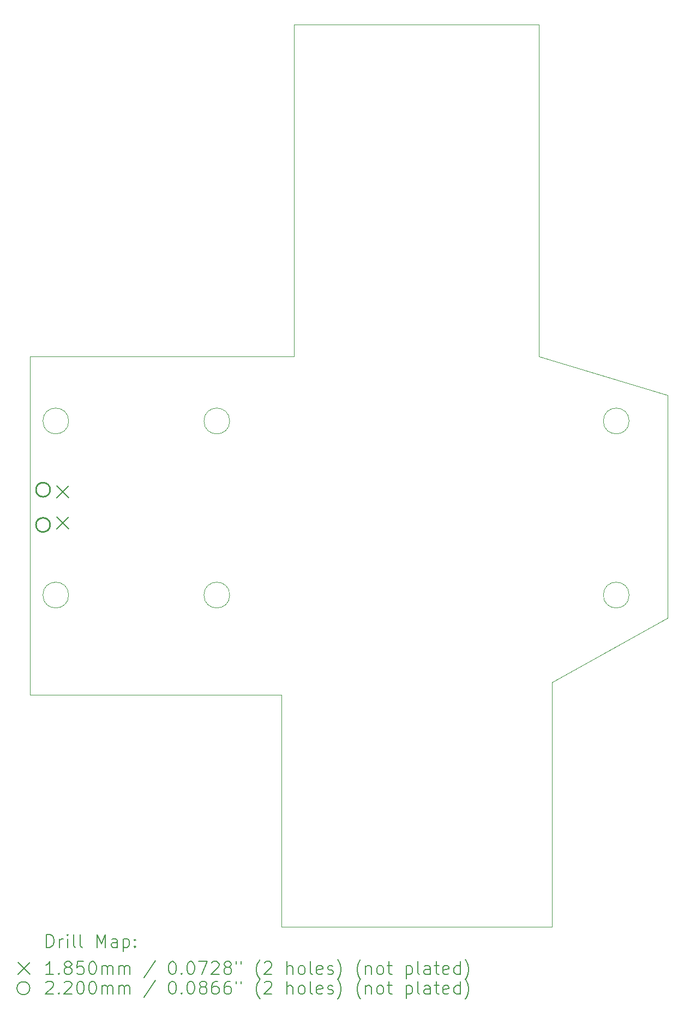
<source format=gbr>
%TF.GenerationSoftware,KiCad,Pcbnew,9.0.6*%
%TF.CreationDate,2025-12-23T20:00:14-05:00*%
%TF.ProjectId,TacoCopter_Flight_Controller,5461636f-436f-4707-9465-725f466c6967,rev?*%
%TF.SameCoordinates,Original*%
%TF.FileFunction,Drillmap*%
%TF.FilePolarity,Positive*%
%FSLAX45Y45*%
G04 Gerber Fmt 4.5, Leading zero omitted, Abs format (unit mm)*
G04 Created by KiCad (PCBNEW 9.0.6) date 2025-12-23 20:00:14*
%MOMM*%
%LPD*%
G01*
G04 APERTURE LIST*
%ADD10C,0.050000*%
%ADD11C,0.200000*%
%ADD12C,0.185000*%
%ADD13C,0.220000*%
G04 APERTURE END LIST*
D10*
X18900000Y-11700000D02*
X18900000Y-8250000D01*
X9600000Y-8650000D02*
G75*
G02*
X9200000Y-8650000I-200000J0D01*
G01*
X9200000Y-8650000D02*
G75*
G02*
X9600000Y-8650000I200000J0D01*
G01*
X9600000Y-11350000D02*
G75*
G02*
X9200000Y-11350000I-200000J0D01*
G01*
X9200000Y-11350000D02*
G75*
G02*
X9600000Y-11350000I200000J0D01*
G01*
X13100000Y-7650000D02*
X9000000Y-7650000D01*
X16900000Y-7650000D02*
X16900000Y-2500000D01*
X18300000Y-11350000D02*
G75*
G02*
X17900000Y-11350000I-200000J0D01*
G01*
X17900000Y-11350000D02*
G75*
G02*
X18300000Y-11350000I200000J0D01*
G01*
X9000000Y-7650000D02*
X9000000Y-12900000D01*
X18300000Y-8650000D02*
G75*
G02*
X17900000Y-8650000I-200000J0D01*
G01*
X17900000Y-8650000D02*
G75*
G02*
X18300000Y-8650000I200000J0D01*
G01*
X13100000Y-2500000D02*
X13100000Y-7650000D01*
X9000000Y-12900000D02*
X12900000Y-12900000D01*
X18900000Y-8250000D02*
X16900000Y-7650000D01*
X17100000Y-12700000D02*
X18900000Y-11700000D01*
X12900000Y-16500000D02*
X17100000Y-16500000D01*
X12100000Y-11350000D02*
G75*
G02*
X11700000Y-11350000I-200000J0D01*
G01*
X11700000Y-11350000D02*
G75*
G02*
X12100000Y-11350000I200000J0D01*
G01*
X17100000Y-16500000D02*
X17100000Y-12700000D01*
X12900000Y-12900000D02*
X12900000Y-16500000D01*
X12100000Y-8650000D02*
G75*
G02*
X11700000Y-8650000I-200000J0D01*
G01*
X11700000Y-8650000D02*
G75*
G02*
X12100000Y-8650000I200000J0D01*
G01*
X16900000Y-2500000D02*
X13100000Y-2500000D01*
D11*
D12*
X9413500Y-9654000D02*
X9598500Y-9839000D01*
X9598500Y-9654000D02*
X9413500Y-9839000D01*
X9413500Y-10139000D02*
X9598500Y-10324000D01*
X9598500Y-10139000D02*
X9413500Y-10324000D01*
D13*
X9313000Y-9716500D02*
G75*
G02*
X9093000Y-9716500I-110000J0D01*
G01*
X9093000Y-9716500D02*
G75*
G02*
X9313000Y-9716500I110000J0D01*
G01*
X9313000Y-10261500D02*
G75*
G02*
X9093000Y-10261500I-110000J0D01*
G01*
X9093000Y-10261500D02*
G75*
G02*
X9313000Y-10261500I110000J0D01*
G01*
D11*
X9258277Y-16813984D02*
X9258277Y-16613984D01*
X9258277Y-16613984D02*
X9305896Y-16613984D01*
X9305896Y-16613984D02*
X9334467Y-16623508D01*
X9334467Y-16623508D02*
X9353515Y-16642555D01*
X9353515Y-16642555D02*
X9363039Y-16661603D01*
X9363039Y-16661603D02*
X9372563Y-16699698D01*
X9372563Y-16699698D02*
X9372563Y-16728269D01*
X9372563Y-16728269D02*
X9363039Y-16766365D01*
X9363039Y-16766365D02*
X9353515Y-16785412D01*
X9353515Y-16785412D02*
X9334467Y-16804460D01*
X9334467Y-16804460D02*
X9305896Y-16813984D01*
X9305896Y-16813984D02*
X9258277Y-16813984D01*
X9458277Y-16813984D02*
X9458277Y-16680650D01*
X9458277Y-16718746D02*
X9467801Y-16699698D01*
X9467801Y-16699698D02*
X9477324Y-16690174D01*
X9477324Y-16690174D02*
X9496372Y-16680650D01*
X9496372Y-16680650D02*
X9515420Y-16680650D01*
X9582086Y-16813984D02*
X9582086Y-16680650D01*
X9582086Y-16613984D02*
X9572563Y-16623508D01*
X9572563Y-16623508D02*
X9582086Y-16633031D01*
X9582086Y-16633031D02*
X9591610Y-16623508D01*
X9591610Y-16623508D02*
X9582086Y-16613984D01*
X9582086Y-16613984D02*
X9582086Y-16633031D01*
X9705896Y-16813984D02*
X9686848Y-16804460D01*
X9686848Y-16804460D02*
X9677324Y-16785412D01*
X9677324Y-16785412D02*
X9677324Y-16613984D01*
X9810658Y-16813984D02*
X9791610Y-16804460D01*
X9791610Y-16804460D02*
X9782086Y-16785412D01*
X9782086Y-16785412D02*
X9782086Y-16613984D01*
X10039229Y-16813984D02*
X10039229Y-16613984D01*
X10039229Y-16613984D02*
X10105896Y-16756841D01*
X10105896Y-16756841D02*
X10172563Y-16613984D01*
X10172563Y-16613984D02*
X10172563Y-16813984D01*
X10353515Y-16813984D02*
X10353515Y-16709222D01*
X10353515Y-16709222D02*
X10343991Y-16690174D01*
X10343991Y-16690174D02*
X10324944Y-16680650D01*
X10324944Y-16680650D02*
X10286848Y-16680650D01*
X10286848Y-16680650D02*
X10267801Y-16690174D01*
X10353515Y-16804460D02*
X10334467Y-16813984D01*
X10334467Y-16813984D02*
X10286848Y-16813984D01*
X10286848Y-16813984D02*
X10267801Y-16804460D01*
X10267801Y-16804460D02*
X10258277Y-16785412D01*
X10258277Y-16785412D02*
X10258277Y-16766365D01*
X10258277Y-16766365D02*
X10267801Y-16747317D01*
X10267801Y-16747317D02*
X10286848Y-16737793D01*
X10286848Y-16737793D02*
X10334467Y-16737793D01*
X10334467Y-16737793D02*
X10353515Y-16728269D01*
X10448753Y-16680650D02*
X10448753Y-16880650D01*
X10448753Y-16690174D02*
X10467801Y-16680650D01*
X10467801Y-16680650D02*
X10505896Y-16680650D01*
X10505896Y-16680650D02*
X10524944Y-16690174D01*
X10524944Y-16690174D02*
X10534467Y-16699698D01*
X10534467Y-16699698D02*
X10543991Y-16718746D01*
X10543991Y-16718746D02*
X10543991Y-16775888D01*
X10543991Y-16775888D02*
X10534467Y-16794936D01*
X10534467Y-16794936D02*
X10524944Y-16804460D01*
X10524944Y-16804460D02*
X10505896Y-16813984D01*
X10505896Y-16813984D02*
X10467801Y-16813984D01*
X10467801Y-16813984D02*
X10448753Y-16804460D01*
X10629705Y-16794936D02*
X10639229Y-16804460D01*
X10639229Y-16804460D02*
X10629705Y-16813984D01*
X10629705Y-16813984D02*
X10620182Y-16804460D01*
X10620182Y-16804460D02*
X10629705Y-16794936D01*
X10629705Y-16794936D02*
X10629705Y-16813984D01*
X10629705Y-16690174D02*
X10639229Y-16699698D01*
X10639229Y-16699698D02*
X10629705Y-16709222D01*
X10629705Y-16709222D02*
X10620182Y-16699698D01*
X10620182Y-16699698D02*
X10629705Y-16690174D01*
X10629705Y-16690174D02*
X10629705Y-16709222D01*
D12*
X8812500Y-17050000D02*
X8997500Y-17235000D01*
X8997500Y-17050000D02*
X8812500Y-17235000D01*
D11*
X9363039Y-17233984D02*
X9248753Y-17233984D01*
X9305896Y-17233984D02*
X9305896Y-17033984D01*
X9305896Y-17033984D02*
X9286848Y-17062555D01*
X9286848Y-17062555D02*
X9267801Y-17081603D01*
X9267801Y-17081603D02*
X9248753Y-17091127D01*
X9448753Y-17214936D02*
X9458277Y-17224460D01*
X9458277Y-17224460D02*
X9448753Y-17233984D01*
X9448753Y-17233984D02*
X9439229Y-17224460D01*
X9439229Y-17224460D02*
X9448753Y-17214936D01*
X9448753Y-17214936D02*
X9448753Y-17233984D01*
X9572563Y-17119698D02*
X9553515Y-17110174D01*
X9553515Y-17110174D02*
X9543991Y-17100650D01*
X9543991Y-17100650D02*
X9534467Y-17081603D01*
X9534467Y-17081603D02*
X9534467Y-17072079D01*
X9534467Y-17072079D02*
X9543991Y-17053031D01*
X9543991Y-17053031D02*
X9553515Y-17043508D01*
X9553515Y-17043508D02*
X9572563Y-17033984D01*
X9572563Y-17033984D02*
X9610658Y-17033984D01*
X9610658Y-17033984D02*
X9629705Y-17043508D01*
X9629705Y-17043508D02*
X9639229Y-17053031D01*
X9639229Y-17053031D02*
X9648753Y-17072079D01*
X9648753Y-17072079D02*
X9648753Y-17081603D01*
X9648753Y-17081603D02*
X9639229Y-17100650D01*
X9639229Y-17100650D02*
X9629705Y-17110174D01*
X9629705Y-17110174D02*
X9610658Y-17119698D01*
X9610658Y-17119698D02*
X9572563Y-17119698D01*
X9572563Y-17119698D02*
X9553515Y-17129222D01*
X9553515Y-17129222D02*
X9543991Y-17138746D01*
X9543991Y-17138746D02*
X9534467Y-17157793D01*
X9534467Y-17157793D02*
X9534467Y-17195889D01*
X9534467Y-17195889D02*
X9543991Y-17214936D01*
X9543991Y-17214936D02*
X9553515Y-17224460D01*
X9553515Y-17224460D02*
X9572563Y-17233984D01*
X9572563Y-17233984D02*
X9610658Y-17233984D01*
X9610658Y-17233984D02*
X9629705Y-17224460D01*
X9629705Y-17224460D02*
X9639229Y-17214936D01*
X9639229Y-17214936D02*
X9648753Y-17195889D01*
X9648753Y-17195889D02*
X9648753Y-17157793D01*
X9648753Y-17157793D02*
X9639229Y-17138746D01*
X9639229Y-17138746D02*
X9629705Y-17129222D01*
X9629705Y-17129222D02*
X9610658Y-17119698D01*
X9829705Y-17033984D02*
X9734467Y-17033984D01*
X9734467Y-17033984D02*
X9724944Y-17129222D01*
X9724944Y-17129222D02*
X9734467Y-17119698D01*
X9734467Y-17119698D02*
X9753515Y-17110174D01*
X9753515Y-17110174D02*
X9801134Y-17110174D01*
X9801134Y-17110174D02*
X9820182Y-17119698D01*
X9820182Y-17119698D02*
X9829705Y-17129222D01*
X9829705Y-17129222D02*
X9839229Y-17148270D01*
X9839229Y-17148270D02*
X9839229Y-17195889D01*
X9839229Y-17195889D02*
X9829705Y-17214936D01*
X9829705Y-17214936D02*
X9820182Y-17224460D01*
X9820182Y-17224460D02*
X9801134Y-17233984D01*
X9801134Y-17233984D02*
X9753515Y-17233984D01*
X9753515Y-17233984D02*
X9734467Y-17224460D01*
X9734467Y-17224460D02*
X9724944Y-17214936D01*
X9963039Y-17033984D02*
X9982086Y-17033984D01*
X9982086Y-17033984D02*
X10001134Y-17043508D01*
X10001134Y-17043508D02*
X10010658Y-17053031D01*
X10010658Y-17053031D02*
X10020182Y-17072079D01*
X10020182Y-17072079D02*
X10029705Y-17110174D01*
X10029705Y-17110174D02*
X10029705Y-17157793D01*
X10029705Y-17157793D02*
X10020182Y-17195889D01*
X10020182Y-17195889D02*
X10010658Y-17214936D01*
X10010658Y-17214936D02*
X10001134Y-17224460D01*
X10001134Y-17224460D02*
X9982086Y-17233984D01*
X9982086Y-17233984D02*
X9963039Y-17233984D01*
X9963039Y-17233984D02*
X9943991Y-17224460D01*
X9943991Y-17224460D02*
X9934467Y-17214936D01*
X9934467Y-17214936D02*
X9924944Y-17195889D01*
X9924944Y-17195889D02*
X9915420Y-17157793D01*
X9915420Y-17157793D02*
X9915420Y-17110174D01*
X9915420Y-17110174D02*
X9924944Y-17072079D01*
X9924944Y-17072079D02*
X9934467Y-17053031D01*
X9934467Y-17053031D02*
X9943991Y-17043508D01*
X9943991Y-17043508D02*
X9963039Y-17033984D01*
X10115420Y-17233984D02*
X10115420Y-17100650D01*
X10115420Y-17119698D02*
X10124944Y-17110174D01*
X10124944Y-17110174D02*
X10143991Y-17100650D01*
X10143991Y-17100650D02*
X10172563Y-17100650D01*
X10172563Y-17100650D02*
X10191610Y-17110174D01*
X10191610Y-17110174D02*
X10201134Y-17129222D01*
X10201134Y-17129222D02*
X10201134Y-17233984D01*
X10201134Y-17129222D02*
X10210658Y-17110174D01*
X10210658Y-17110174D02*
X10229705Y-17100650D01*
X10229705Y-17100650D02*
X10258277Y-17100650D01*
X10258277Y-17100650D02*
X10277325Y-17110174D01*
X10277325Y-17110174D02*
X10286848Y-17129222D01*
X10286848Y-17129222D02*
X10286848Y-17233984D01*
X10382086Y-17233984D02*
X10382086Y-17100650D01*
X10382086Y-17119698D02*
X10391610Y-17110174D01*
X10391610Y-17110174D02*
X10410658Y-17100650D01*
X10410658Y-17100650D02*
X10439229Y-17100650D01*
X10439229Y-17100650D02*
X10458277Y-17110174D01*
X10458277Y-17110174D02*
X10467801Y-17129222D01*
X10467801Y-17129222D02*
X10467801Y-17233984D01*
X10467801Y-17129222D02*
X10477325Y-17110174D01*
X10477325Y-17110174D02*
X10496372Y-17100650D01*
X10496372Y-17100650D02*
X10524944Y-17100650D01*
X10524944Y-17100650D02*
X10543991Y-17110174D01*
X10543991Y-17110174D02*
X10553515Y-17129222D01*
X10553515Y-17129222D02*
X10553515Y-17233984D01*
X10943991Y-17024460D02*
X10772563Y-17281603D01*
X11201134Y-17033984D02*
X11220182Y-17033984D01*
X11220182Y-17033984D02*
X11239229Y-17043508D01*
X11239229Y-17043508D02*
X11248753Y-17053031D01*
X11248753Y-17053031D02*
X11258277Y-17072079D01*
X11258277Y-17072079D02*
X11267801Y-17110174D01*
X11267801Y-17110174D02*
X11267801Y-17157793D01*
X11267801Y-17157793D02*
X11258277Y-17195889D01*
X11258277Y-17195889D02*
X11248753Y-17214936D01*
X11248753Y-17214936D02*
X11239229Y-17224460D01*
X11239229Y-17224460D02*
X11220182Y-17233984D01*
X11220182Y-17233984D02*
X11201134Y-17233984D01*
X11201134Y-17233984D02*
X11182087Y-17224460D01*
X11182087Y-17224460D02*
X11172563Y-17214936D01*
X11172563Y-17214936D02*
X11163039Y-17195889D01*
X11163039Y-17195889D02*
X11153515Y-17157793D01*
X11153515Y-17157793D02*
X11153515Y-17110174D01*
X11153515Y-17110174D02*
X11163039Y-17072079D01*
X11163039Y-17072079D02*
X11172563Y-17053031D01*
X11172563Y-17053031D02*
X11182087Y-17043508D01*
X11182087Y-17043508D02*
X11201134Y-17033984D01*
X11353515Y-17214936D02*
X11363039Y-17224460D01*
X11363039Y-17224460D02*
X11353515Y-17233984D01*
X11353515Y-17233984D02*
X11343991Y-17224460D01*
X11343991Y-17224460D02*
X11353515Y-17214936D01*
X11353515Y-17214936D02*
X11353515Y-17233984D01*
X11486848Y-17033984D02*
X11505896Y-17033984D01*
X11505896Y-17033984D02*
X11524944Y-17043508D01*
X11524944Y-17043508D02*
X11534467Y-17053031D01*
X11534467Y-17053031D02*
X11543991Y-17072079D01*
X11543991Y-17072079D02*
X11553515Y-17110174D01*
X11553515Y-17110174D02*
X11553515Y-17157793D01*
X11553515Y-17157793D02*
X11543991Y-17195889D01*
X11543991Y-17195889D02*
X11534467Y-17214936D01*
X11534467Y-17214936D02*
X11524944Y-17224460D01*
X11524944Y-17224460D02*
X11505896Y-17233984D01*
X11505896Y-17233984D02*
X11486848Y-17233984D01*
X11486848Y-17233984D02*
X11467801Y-17224460D01*
X11467801Y-17224460D02*
X11458277Y-17214936D01*
X11458277Y-17214936D02*
X11448753Y-17195889D01*
X11448753Y-17195889D02*
X11439229Y-17157793D01*
X11439229Y-17157793D02*
X11439229Y-17110174D01*
X11439229Y-17110174D02*
X11448753Y-17072079D01*
X11448753Y-17072079D02*
X11458277Y-17053031D01*
X11458277Y-17053031D02*
X11467801Y-17043508D01*
X11467801Y-17043508D02*
X11486848Y-17033984D01*
X11620182Y-17033984D02*
X11753515Y-17033984D01*
X11753515Y-17033984D02*
X11667801Y-17233984D01*
X11820182Y-17053031D02*
X11829706Y-17043508D01*
X11829706Y-17043508D02*
X11848753Y-17033984D01*
X11848753Y-17033984D02*
X11896372Y-17033984D01*
X11896372Y-17033984D02*
X11915420Y-17043508D01*
X11915420Y-17043508D02*
X11924944Y-17053031D01*
X11924944Y-17053031D02*
X11934467Y-17072079D01*
X11934467Y-17072079D02*
X11934467Y-17091127D01*
X11934467Y-17091127D02*
X11924944Y-17119698D01*
X11924944Y-17119698D02*
X11810658Y-17233984D01*
X11810658Y-17233984D02*
X11934467Y-17233984D01*
X12048753Y-17119698D02*
X12029706Y-17110174D01*
X12029706Y-17110174D02*
X12020182Y-17100650D01*
X12020182Y-17100650D02*
X12010658Y-17081603D01*
X12010658Y-17081603D02*
X12010658Y-17072079D01*
X12010658Y-17072079D02*
X12020182Y-17053031D01*
X12020182Y-17053031D02*
X12029706Y-17043508D01*
X12029706Y-17043508D02*
X12048753Y-17033984D01*
X12048753Y-17033984D02*
X12086848Y-17033984D01*
X12086848Y-17033984D02*
X12105896Y-17043508D01*
X12105896Y-17043508D02*
X12115420Y-17053031D01*
X12115420Y-17053031D02*
X12124944Y-17072079D01*
X12124944Y-17072079D02*
X12124944Y-17081603D01*
X12124944Y-17081603D02*
X12115420Y-17100650D01*
X12115420Y-17100650D02*
X12105896Y-17110174D01*
X12105896Y-17110174D02*
X12086848Y-17119698D01*
X12086848Y-17119698D02*
X12048753Y-17119698D01*
X12048753Y-17119698D02*
X12029706Y-17129222D01*
X12029706Y-17129222D02*
X12020182Y-17138746D01*
X12020182Y-17138746D02*
X12010658Y-17157793D01*
X12010658Y-17157793D02*
X12010658Y-17195889D01*
X12010658Y-17195889D02*
X12020182Y-17214936D01*
X12020182Y-17214936D02*
X12029706Y-17224460D01*
X12029706Y-17224460D02*
X12048753Y-17233984D01*
X12048753Y-17233984D02*
X12086848Y-17233984D01*
X12086848Y-17233984D02*
X12105896Y-17224460D01*
X12105896Y-17224460D02*
X12115420Y-17214936D01*
X12115420Y-17214936D02*
X12124944Y-17195889D01*
X12124944Y-17195889D02*
X12124944Y-17157793D01*
X12124944Y-17157793D02*
X12115420Y-17138746D01*
X12115420Y-17138746D02*
X12105896Y-17129222D01*
X12105896Y-17129222D02*
X12086848Y-17119698D01*
X12201134Y-17033984D02*
X12201134Y-17072079D01*
X12277325Y-17033984D02*
X12277325Y-17072079D01*
X12572563Y-17310174D02*
X12563039Y-17300650D01*
X12563039Y-17300650D02*
X12543991Y-17272079D01*
X12543991Y-17272079D02*
X12534468Y-17253031D01*
X12534468Y-17253031D02*
X12524944Y-17224460D01*
X12524944Y-17224460D02*
X12515420Y-17176841D01*
X12515420Y-17176841D02*
X12515420Y-17138746D01*
X12515420Y-17138746D02*
X12524944Y-17091127D01*
X12524944Y-17091127D02*
X12534468Y-17062555D01*
X12534468Y-17062555D02*
X12543991Y-17043508D01*
X12543991Y-17043508D02*
X12563039Y-17014936D01*
X12563039Y-17014936D02*
X12572563Y-17005412D01*
X12639229Y-17053031D02*
X12648753Y-17043508D01*
X12648753Y-17043508D02*
X12667801Y-17033984D01*
X12667801Y-17033984D02*
X12715420Y-17033984D01*
X12715420Y-17033984D02*
X12734468Y-17043508D01*
X12734468Y-17043508D02*
X12743991Y-17053031D01*
X12743991Y-17053031D02*
X12753515Y-17072079D01*
X12753515Y-17072079D02*
X12753515Y-17091127D01*
X12753515Y-17091127D02*
X12743991Y-17119698D01*
X12743991Y-17119698D02*
X12629706Y-17233984D01*
X12629706Y-17233984D02*
X12753515Y-17233984D01*
X12991610Y-17233984D02*
X12991610Y-17033984D01*
X13077325Y-17233984D02*
X13077325Y-17129222D01*
X13077325Y-17129222D02*
X13067801Y-17110174D01*
X13067801Y-17110174D02*
X13048753Y-17100650D01*
X13048753Y-17100650D02*
X13020182Y-17100650D01*
X13020182Y-17100650D02*
X13001134Y-17110174D01*
X13001134Y-17110174D02*
X12991610Y-17119698D01*
X13201134Y-17233984D02*
X13182087Y-17224460D01*
X13182087Y-17224460D02*
X13172563Y-17214936D01*
X13172563Y-17214936D02*
X13163039Y-17195889D01*
X13163039Y-17195889D02*
X13163039Y-17138746D01*
X13163039Y-17138746D02*
X13172563Y-17119698D01*
X13172563Y-17119698D02*
X13182087Y-17110174D01*
X13182087Y-17110174D02*
X13201134Y-17100650D01*
X13201134Y-17100650D02*
X13229706Y-17100650D01*
X13229706Y-17100650D02*
X13248753Y-17110174D01*
X13248753Y-17110174D02*
X13258277Y-17119698D01*
X13258277Y-17119698D02*
X13267801Y-17138746D01*
X13267801Y-17138746D02*
X13267801Y-17195889D01*
X13267801Y-17195889D02*
X13258277Y-17214936D01*
X13258277Y-17214936D02*
X13248753Y-17224460D01*
X13248753Y-17224460D02*
X13229706Y-17233984D01*
X13229706Y-17233984D02*
X13201134Y-17233984D01*
X13382087Y-17233984D02*
X13363039Y-17224460D01*
X13363039Y-17224460D02*
X13353515Y-17205412D01*
X13353515Y-17205412D02*
X13353515Y-17033984D01*
X13534468Y-17224460D02*
X13515420Y-17233984D01*
X13515420Y-17233984D02*
X13477325Y-17233984D01*
X13477325Y-17233984D02*
X13458277Y-17224460D01*
X13458277Y-17224460D02*
X13448753Y-17205412D01*
X13448753Y-17205412D02*
X13448753Y-17129222D01*
X13448753Y-17129222D02*
X13458277Y-17110174D01*
X13458277Y-17110174D02*
X13477325Y-17100650D01*
X13477325Y-17100650D02*
X13515420Y-17100650D01*
X13515420Y-17100650D02*
X13534468Y-17110174D01*
X13534468Y-17110174D02*
X13543991Y-17129222D01*
X13543991Y-17129222D02*
X13543991Y-17148270D01*
X13543991Y-17148270D02*
X13448753Y-17167317D01*
X13620182Y-17224460D02*
X13639230Y-17233984D01*
X13639230Y-17233984D02*
X13677325Y-17233984D01*
X13677325Y-17233984D02*
X13696372Y-17224460D01*
X13696372Y-17224460D02*
X13705896Y-17205412D01*
X13705896Y-17205412D02*
X13705896Y-17195889D01*
X13705896Y-17195889D02*
X13696372Y-17176841D01*
X13696372Y-17176841D02*
X13677325Y-17167317D01*
X13677325Y-17167317D02*
X13648753Y-17167317D01*
X13648753Y-17167317D02*
X13629706Y-17157793D01*
X13629706Y-17157793D02*
X13620182Y-17138746D01*
X13620182Y-17138746D02*
X13620182Y-17129222D01*
X13620182Y-17129222D02*
X13629706Y-17110174D01*
X13629706Y-17110174D02*
X13648753Y-17100650D01*
X13648753Y-17100650D02*
X13677325Y-17100650D01*
X13677325Y-17100650D02*
X13696372Y-17110174D01*
X13772563Y-17310174D02*
X13782087Y-17300650D01*
X13782087Y-17300650D02*
X13801134Y-17272079D01*
X13801134Y-17272079D02*
X13810658Y-17253031D01*
X13810658Y-17253031D02*
X13820182Y-17224460D01*
X13820182Y-17224460D02*
X13829706Y-17176841D01*
X13829706Y-17176841D02*
X13829706Y-17138746D01*
X13829706Y-17138746D02*
X13820182Y-17091127D01*
X13820182Y-17091127D02*
X13810658Y-17062555D01*
X13810658Y-17062555D02*
X13801134Y-17043508D01*
X13801134Y-17043508D02*
X13782087Y-17014936D01*
X13782087Y-17014936D02*
X13772563Y-17005412D01*
X14134468Y-17310174D02*
X14124944Y-17300650D01*
X14124944Y-17300650D02*
X14105896Y-17272079D01*
X14105896Y-17272079D02*
X14096372Y-17253031D01*
X14096372Y-17253031D02*
X14086849Y-17224460D01*
X14086849Y-17224460D02*
X14077325Y-17176841D01*
X14077325Y-17176841D02*
X14077325Y-17138746D01*
X14077325Y-17138746D02*
X14086849Y-17091127D01*
X14086849Y-17091127D02*
X14096372Y-17062555D01*
X14096372Y-17062555D02*
X14105896Y-17043508D01*
X14105896Y-17043508D02*
X14124944Y-17014936D01*
X14124944Y-17014936D02*
X14134468Y-17005412D01*
X14210658Y-17100650D02*
X14210658Y-17233984D01*
X14210658Y-17119698D02*
X14220182Y-17110174D01*
X14220182Y-17110174D02*
X14239230Y-17100650D01*
X14239230Y-17100650D02*
X14267801Y-17100650D01*
X14267801Y-17100650D02*
X14286849Y-17110174D01*
X14286849Y-17110174D02*
X14296372Y-17129222D01*
X14296372Y-17129222D02*
X14296372Y-17233984D01*
X14420182Y-17233984D02*
X14401134Y-17224460D01*
X14401134Y-17224460D02*
X14391611Y-17214936D01*
X14391611Y-17214936D02*
X14382087Y-17195889D01*
X14382087Y-17195889D02*
X14382087Y-17138746D01*
X14382087Y-17138746D02*
X14391611Y-17119698D01*
X14391611Y-17119698D02*
X14401134Y-17110174D01*
X14401134Y-17110174D02*
X14420182Y-17100650D01*
X14420182Y-17100650D02*
X14448753Y-17100650D01*
X14448753Y-17100650D02*
X14467801Y-17110174D01*
X14467801Y-17110174D02*
X14477325Y-17119698D01*
X14477325Y-17119698D02*
X14486849Y-17138746D01*
X14486849Y-17138746D02*
X14486849Y-17195889D01*
X14486849Y-17195889D02*
X14477325Y-17214936D01*
X14477325Y-17214936D02*
X14467801Y-17224460D01*
X14467801Y-17224460D02*
X14448753Y-17233984D01*
X14448753Y-17233984D02*
X14420182Y-17233984D01*
X14543992Y-17100650D02*
X14620182Y-17100650D01*
X14572563Y-17033984D02*
X14572563Y-17205412D01*
X14572563Y-17205412D02*
X14582087Y-17224460D01*
X14582087Y-17224460D02*
X14601134Y-17233984D01*
X14601134Y-17233984D02*
X14620182Y-17233984D01*
X14839230Y-17100650D02*
X14839230Y-17300650D01*
X14839230Y-17110174D02*
X14858277Y-17100650D01*
X14858277Y-17100650D02*
X14896373Y-17100650D01*
X14896373Y-17100650D02*
X14915420Y-17110174D01*
X14915420Y-17110174D02*
X14924944Y-17119698D01*
X14924944Y-17119698D02*
X14934468Y-17138746D01*
X14934468Y-17138746D02*
X14934468Y-17195889D01*
X14934468Y-17195889D02*
X14924944Y-17214936D01*
X14924944Y-17214936D02*
X14915420Y-17224460D01*
X14915420Y-17224460D02*
X14896373Y-17233984D01*
X14896373Y-17233984D02*
X14858277Y-17233984D01*
X14858277Y-17233984D02*
X14839230Y-17224460D01*
X15048753Y-17233984D02*
X15029706Y-17224460D01*
X15029706Y-17224460D02*
X15020182Y-17205412D01*
X15020182Y-17205412D02*
X15020182Y-17033984D01*
X15210658Y-17233984D02*
X15210658Y-17129222D01*
X15210658Y-17129222D02*
X15201134Y-17110174D01*
X15201134Y-17110174D02*
X15182087Y-17100650D01*
X15182087Y-17100650D02*
X15143992Y-17100650D01*
X15143992Y-17100650D02*
X15124944Y-17110174D01*
X15210658Y-17224460D02*
X15191611Y-17233984D01*
X15191611Y-17233984D02*
X15143992Y-17233984D01*
X15143992Y-17233984D02*
X15124944Y-17224460D01*
X15124944Y-17224460D02*
X15115420Y-17205412D01*
X15115420Y-17205412D02*
X15115420Y-17186365D01*
X15115420Y-17186365D02*
X15124944Y-17167317D01*
X15124944Y-17167317D02*
X15143992Y-17157793D01*
X15143992Y-17157793D02*
X15191611Y-17157793D01*
X15191611Y-17157793D02*
X15210658Y-17148270D01*
X15277325Y-17100650D02*
X15353515Y-17100650D01*
X15305896Y-17033984D02*
X15305896Y-17205412D01*
X15305896Y-17205412D02*
X15315420Y-17224460D01*
X15315420Y-17224460D02*
X15334468Y-17233984D01*
X15334468Y-17233984D02*
X15353515Y-17233984D01*
X15496373Y-17224460D02*
X15477325Y-17233984D01*
X15477325Y-17233984D02*
X15439230Y-17233984D01*
X15439230Y-17233984D02*
X15420182Y-17224460D01*
X15420182Y-17224460D02*
X15410658Y-17205412D01*
X15410658Y-17205412D02*
X15410658Y-17129222D01*
X15410658Y-17129222D02*
X15420182Y-17110174D01*
X15420182Y-17110174D02*
X15439230Y-17100650D01*
X15439230Y-17100650D02*
X15477325Y-17100650D01*
X15477325Y-17100650D02*
X15496373Y-17110174D01*
X15496373Y-17110174D02*
X15505896Y-17129222D01*
X15505896Y-17129222D02*
X15505896Y-17148270D01*
X15505896Y-17148270D02*
X15410658Y-17167317D01*
X15677325Y-17233984D02*
X15677325Y-17033984D01*
X15677325Y-17224460D02*
X15658277Y-17233984D01*
X15658277Y-17233984D02*
X15620182Y-17233984D01*
X15620182Y-17233984D02*
X15601134Y-17224460D01*
X15601134Y-17224460D02*
X15591611Y-17214936D01*
X15591611Y-17214936D02*
X15582087Y-17195889D01*
X15582087Y-17195889D02*
X15582087Y-17138746D01*
X15582087Y-17138746D02*
X15591611Y-17119698D01*
X15591611Y-17119698D02*
X15601134Y-17110174D01*
X15601134Y-17110174D02*
X15620182Y-17100650D01*
X15620182Y-17100650D02*
X15658277Y-17100650D01*
X15658277Y-17100650D02*
X15677325Y-17110174D01*
X15753515Y-17310174D02*
X15763039Y-17300650D01*
X15763039Y-17300650D02*
X15782087Y-17272079D01*
X15782087Y-17272079D02*
X15791611Y-17253031D01*
X15791611Y-17253031D02*
X15801134Y-17224460D01*
X15801134Y-17224460D02*
X15810658Y-17176841D01*
X15810658Y-17176841D02*
X15810658Y-17138746D01*
X15810658Y-17138746D02*
X15801134Y-17091127D01*
X15801134Y-17091127D02*
X15791611Y-17062555D01*
X15791611Y-17062555D02*
X15782087Y-17043508D01*
X15782087Y-17043508D02*
X15763039Y-17014936D01*
X15763039Y-17014936D02*
X15753515Y-17005412D01*
X8997500Y-17447500D02*
G75*
G02*
X8797500Y-17447500I-100000J0D01*
G01*
X8797500Y-17447500D02*
G75*
G02*
X8997500Y-17447500I100000J0D01*
G01*
X9248753Y-17358031D02*
X9258277Y-17348508D01*
X9258277Y-17348508D02*
X9277324Y-17338984D01*
X9277324Y-17338984D02*
X9324944Y-17338984D01*
X9324944Y-17338984D02*
X9343991Y-17348508D01*
X9343991Y-17348508D02*
X9353515Y-17358031D01*
X9353515Y-17358031D02*
X9363039Y-17377079D01*
X9363039Y-17377079D02*
X9363039Y-17396127D01*
X9363039Y-17396127D02*
X9353515Y-17424698D01*
X9353515Y-17424698D02*
X9239229Y-17538984D01*
X9239229Y-17538984D02*
X9363039Y-17538984D01*
X9448753Y-17519936D02*
X9458277Y-17529460D01*
X9458277Y-17529460D02*
X9448753Y-17538984D01*
X9448753Y-17538984D02*
X9439229Y-17529460D01*
X9439229Y-17529460D02*
X9448753Y-17519936D01*
X9448753Y-17519936D02*
X9448753Y-17538984D01*
X9534467Y-17358031D02*
X9543991Y-17348508D01*
X9543991Y-17348508D02*
X9563039Y-17338984D01*
X9563039Y-17338984D02*
X9610658Y-17338984D01*
X9610658Y-17338984D02*
X9629705Y-17348508D01*
X9629705Y-17348508D02*
X9639229Y-17358031D01*
X9639229Y-17358031D02*
X9648753Y-17377079D01*
X9648753Y-17377079D02*
X9648753Y-17396127D01*
X9648753Y-17396127D02*
X9639229Y-17424698D01*
X9639229Y-17424698D02*
X9524944Y-17538984D01*
X9524944Y-17538984D02*
X9648753Y-17538984D01*
X9772563Y-17338984D02*
X9791610Y-17338984D01*
X9791610Y-17338984D02*
X9810658Y-17348508D01*
X9810658Y-17348508D02*
X9820182Y-17358031D01*
X9820182Y-17358031D02*
X9829705Y-17377079D01*
X9829705Y-17377079D02*
X9839229Y-17415174D01*
X9839229Y-17415174D02*
X9839229Y-17462793D01*
X9839229Y-17462793D02*
X9829705Y-17500889D01*
X9829705Y-17500889D02*
X9820182Y-17519936D01*
X9820182Y-17519936D02*
X9810658Y-17529460D01*
X9810658Y-17529460D02*
X9791610Y-17538984D01*
X9791610Y-17538984D02*
X9772563Y-17538984D01*
X9772563Y-17538984D02*
X9753515Y-17529460D01*
X9753515Y-17529460D02*
X9743991Y-17519936D01*
X9743991Y-17519936D02*
X9734467Y-17500889D01*
X9734467Y-17500889D02*
X9724944Y-17462793D01*
X9724944Y-17462793D02*
X9724944Y-17415174D01*
X9724944Y-17415174D02*
X9734467Y-17377079D01*
X9734467Y-17377079D02*
X9743991Y-17358031D01*
X9743991Y-17358031D02*
X9753515Y-17348508D01*
X9753515Y-17348508D02*
X9772563Y-17338984D01*
X9963039Y-17338984D02*
X9982086Y-17338984D01*
X9982086Y-17338984D02*
X10001134Y-17348508D01*
X10001134Y-17348508D02*
X10010658Y-17358031D01*
X10010658Y-17358031D02*
X10020182Y-17377079D01*
X10020182Y-17377079D02*
X10029705Y-17415174D01*
X10029705Y-17415174D02*
X10029705Y-17462793D01*
X10029705Y-17462793D02*
X10020182Y-17500889D01*
X10020182Y-17500889D02*
X10010658Y-17519936D01*
X10010658Y-17519936D02*
X10001134Y-17529460D01*
X10001134Y-17529460D02*
X9982086Y-17538984D01*
X9982086Y-17538984D02*
X9963039Y-17538984D01*
X9963039Y-17538984D02*
X9943991Y-17529460D01*
X9943991Y-17529460D02*
X9934467Y-17519936D01*
X9934467Y-17519936D02*
X9924944Y-17500889D01*
X9924944Y-17500889D02*
X9915420Y-17462793D01*
X9915420Y-17462793D02*
X9915420Y-17415174D01*
X9915420Y-17415174D02*
X9924944Y-17377079D01*
X9924944Y-17377079D02*
X9934467Y-17358031D01*
X9934467Y-17358031D02*
X9943991Y-17348508D01*
X9943991Y-17348508D02*
X9963039Y-17338984D01*
X10115420Y-17538984D02*
X10115420Y-17405650D01*
X10115420Y-17424698D02*
X10124944Y-17415174D01*
X10124944Y-17415174D02*
X10143991Y-17405650D01*
X10143991Y-17405650D02*
X10172563Y-17405650D01*
X10172563Y-17405650D02*
X10191610Y-17415174D01*
X10191610Y-17415174D02*
X10201134Y-17434222D01*
X10201134Y-17434222D02*
X10201134Y-17538984D01*
X10201134Y-17434222D02*
X10210658Y-17415174D01*
X10210658Y-17415174D02*
X10229705Y-17405650D01*
X10229705Y-17405650D02*
X10258277Y-17405650D01*
X10258277Y-17405650D02*
X10277325Y-17415174D01*
X10277325Y-17415174D02*
X10286848Y-17434222D01*
X10286848Y-17434222D02*
X10286848Y-17538984D01*
X10382086Y-17538984D02*
X10382086Y-17405650D01*
X10382086Y-17424698D02*
X10391610Y-17415174D01*
X10391610Y-17415174D02*
X10410658Y-17405650D01*
X10410658Y-17405650D02*
X10439229Y-17405650D01*
X10439229Y-17405650D02*
X10458277Y-17415174D01*
X10458277Y-17415174D02*
X10467801Y-17434222D01*
X10467801Y-17434222D02*
X10467801Y-17538984D01*
X10467801Y-17434222D02*
X10477325Y-17415174D01*
X10477325Y-17415174D02*
X10496372Y-17405650D01*
X10496372Y-17405650D02*
X10524944Y-17405650D01*
X10524944Y-17405650D02*
X10543991Y-17415174D01*
X10543991Y-17415174D02*
X10553515Y-17434222D01*
X10553515Y-17434222D02*
X10553515Y-17538984D01*
X10943991Y-17329460D02*
X10772563Y-17586603D01*
X11201134Y-17338984D02*
X11220182Y-17338984D01*
X11220182Y-17338984D02*
X11239229Y-17348508D01*
X11239229Y-17348508D02*
X11248753Y-17358031D01*
X11248753Y-17358031D02*
X11258277Y-17377079D01*
X11258277Y-17377079D02*
X11267801Y-17415174D01*
X11267801Y-17415174D02*
X11267801Y-17462793D01*
X11267801Y-17462793D02*
X11258277Y-17500889D01*
X11258277Y-17500889D02*
X11248753Y-17519936D01*
X11248753Y-17519936D02*
X11239229Y-17529460D01*
X11239229Y-17529460D02*
X11220182Y-17538984D01*
X11220182Y-17538984D02*
X11201134Y-17538984D01*
X11201134Y-17538984D02*
X11182087Y-17529460D01*
X11182087Y-17529460D02*
X11172563Y-17519936D01*
X11172563Y-17519936D02*
X11163039Y-17500889D01*
X11163039Y-17500889D02*
X11153515Y-17462793D01*
X11153515Y-17462793D02*
X11153515Y-17415174D01*
X11153515Y-17415174D02*
X11163039Y-17377079D01*
X11163039Y-17377079D02*
X11172563Y-17358031D01*
X11172563Y-17358031D02*
X11182087Y-17348508D01*
X11182087Y-17348508D02*
X11201134Y-17338984D01*
X11353515Y-17519936D02*
X11363039Y-17529460D01*
X11363039Y-17529460D02*
X11353515Y-17538984D01*
X11353515Y-17538984D02*
X11343991Y-17529460D01*
X11343991Y-17529460D02*
X11353515Y-17519936D01*
X11353515Y-17519936D02*
X11353515Y-17538984D01*
X11486848Y-17338984D02*
X11505896Y-17338984D01*
X11505896Y-17338984D02*
X11524944Y-17348508D01*
X11524944Y-17348508D02*
X11534467Y-17358031D01*
X11534467Y-17358031D02*
X11543991Y-17377079D01*
X11543991Y-17377079D02*
X11553515Y-17415174D01*
X11553515Y-17415174D02*
X11553515Y-17462793D01*
X11553515Y-17462793D02*
X11543991Y-17500889D01*
X11543991Y-17500889D02*
X11534467Y-17519936D01*
X11534467Y-17519936D02*
X11524944Y-17529460D01*
X11524944Y-17529460D02*
X11505896Y-17538984D01*
X11505896Y-17538984D02*
X11486848Y-17538984D01*
X11486848Y-17538984D02*
X11467801Y-17529460D01*
X11467801Y-17529460D02*
X11458277Y-17519936D01*
X11458277Y-17519936D02*
X11448753Y-17500889D01*
X11448753Y-17500889D02*
X11439229Y-17462793D01*
X11439229Y-17462793D02*
X11439229Y-17415174D01*
X11439229Y-17415174D02*
X11448753Y-17377079D01*
X11448753Y-17377079D02*
X11458277Y-17358031D01*
X11458277Y-17358031D02*
X11467801Y-17348508D01*
X11467801Y-17348508D02*
X11486848Y-17338984D01*
X11667801Y-17424698D02*
X11648753Y-17415174D01*
X11648753Y-17415174D02*
X11639229Y-17405650D01*
X11639229Y-17405650D02*
X11629706Y-17386603D01*
X11629706Y-17386603D02*
X11629706Y-17377079D01*
X11629706Y-17377079D02*
X11639229Y-17358031D01*
X11639229Y-17358031D02*
X11648753Y-17348508D01*
X11648753Y-17348508D02*
X11667801Y-17338984D01*
X11667801Y-17338984D02*
X11705896Y-17338984D01*
X11705896Y-17338984D02*
X11724944Y-17348508D01*
X11724944Y-17348508D02*
X11734467Y-17358031D01*
X11734467Y-17358031D02*
X11743991Y-17377079D01*
X11743991Y-17377079D02*
X11743991Y-17386603D01*
X11743991Y-17386603D02*
X11734467Y-17405650D01*
X11734467Y-17405650D02*
X11724944Y-17415174D01*
X11724944Y-17415174D02*
X11705896Y-17424698D01*
X11705896Y-17424698D02*
X11667801Y-17424698D01*
X11667801Y-17424698D02*
X11648753Y-17434222D01*
X11648753Y-17434222D02*
X11639229Y-17443746D01*
X11639229Y-17443746D02*
X11629706Y-17462793D01*
X11629706Y-17462793D02*
X11629706Y-17500889D01*
X11629706Y-17500889D02*
X11639229Y-17519936D01*
X11639229Y-17519936D02*
X11648753Y-17529460D01*
X11648753Y-17529460D02*
X11667801Y-17538984D01*
X11667801Y-17538984D02*
X11705896Y-17538984D01*
X11705896Y-17538984D02*
X11724944Y-17529460D01*
X11724944Y-17529460D02*
X11734467Y-17519936D01*
X11734467Y-17519936D02*
X11743991Y-17500889D01*
X11743991Y-17500889D02*
X11743991Y-17462793D01*
X11743991Y-17462793D02*
X11734467Y-17443746D01*
X11734467Y-17443746D02*
X11724944Y-17434222D01*
X11724944Y-17434222D02*
X11705896Y-17424698D01*
X11915420Y-17338984D02*
X11877325Y-17338984D01*
X11877325Y-17338984D02*
X11858277Y-17348508D01*
X11858277Y-17348508D02*
X11848753Y-17358031D01*
X11848753Y-17358031D02*
X11829706Y-17386603D01*
X11829706Y-17386603D02*
X11820182Y-17424698D01*
X11820182Y-17424698D02*
X11820182Y-17500889D01*
X11820182Y-17500889D02*
X11829706Y-17519936D01*
X11829706Y-17519936D02*
X11839229Y-17529460D01*
X11839229Y-17529460D02*
X11858277Y-17538984D01*
X11858277Y-17538984D02*
X11896372Y-17538984D01*
X11896372Y-17538984D02*
X11915420Y-17529460D01*
X11915420Y-17529460D02*
X11924944Y-17519936D01*
X11924944Y-17519936D02*
X11934467Y-17500889D01*
X11934467Y-17500889D02*
X11934467Y-17453270D01*
X11934467Y-17453270D02*
X11924944Y-17434222D01*
X11924944Y-17434222D02*
X11915420Y-17424698D01*
X11915420Y-17424698D02*
X11896372Y-17415174D01*
X11896372Y-17415174D02*
X11858277Y-17415174D01*
X11858277Y-17415174D02*
X11839229Y-17424698D01*
X11839229Y-17424698D02*
X11829706Y-17434222D01*
X11829706Y-17434222D02*
X11820182Y-17453270D01*
X12105896Y-17338984D02*
X12067801Y-17338984D01*
X12067801Y-17338984D02*
X12048753Y-17348508D01*
X12048753Y-17348508D02*
X12039229Y-17358031D01*
X12039229Y-17358031D02*
X12020182Y-17386603D01*
X12020182Y-17386603D02*
X12010658Y-17424698D01*
X12010658Y-17424698D02*
X12010658Y-17500889D01*
X12010658Y-17500889D02*
X12020182Y-17519936D01*
X12020182Y-17519936D02*
X12029706Y-17529460D01*
X12029706Y-17529460D02*
X12048753Y-17538984D01*
X12048753Y-17538984D02*
X12086848Y-17538984D01*
X12086848Y-17538984D02*
X12105896Y-17529460D01*
X12105896Y-17529460D02*
X12115420Y-17519936D01*
X12115420Y-17519936D02*
X12124944Y-17500889D01*
X12124944Y-17500889D02*
X12124944Y-17453270D01*
X12124944Y-17453270D02*
X12115420Y-17434222D01*
X12115420Y-17434222D02*
X12105896Y-17424698D01*
X12105896Y-17424698D02*
X12086848Y-17415174D01*
X12086848Y-17415174D02*
X12048753Y-17415174D01*
X12048753Y-17415174D02*
X12029706Y-17424698D01*
X12029706Y-17424698D02*
X12020182Y-17434222D01*
X12020182Y-17434222D02*
X12010658Y-17453270D01*
X12201134Y-17338984D02*
X12201134Y-17377079D01*
X12277325Y-17338984D02*
X12277325Y-17377079D01*
X12572563Y-17615174D02*
X12563039Y-17605650D01*
X12563039Y-17605650D02*
X12543991Y-17577079D01*
X12543991Y-17577079D02*
X12534468Y-17558031D01*
X12534468Y-17558031D02*
X12524944Y-17529460D01*
X12524944Y-17529460D02*
X12515420Y-17481841D01*
X12515420Y-17481841D02*
X12515420Y-17443746D01*
X12515420Y-17443746D02*
X12524944Y-17396127D01*
X12524944Y-17396127D02*
X12534468Y-17367555D01*
X12534468Y-17367555D02*
X12543991Y-17348508D01*
X12543991Y-17348508D02*
X12563039Y-17319936D01*
X12563039Y-17319936D02*
X12572563Y-17310412D01*
X12639229Y-17358031D02*
X12648753Y-17348508D01*
X12648753Y-17348508D02*
X12667801Y-17338984D01*
X12667801Y-17338984D02*
X12715420Y-17338984D01*
X12715420Y-17338984D02*
X12734468Y-17348508D01*
X12734468Y-17348508D02*
X12743991Y-17358031D01*
X12743991Y-17358031D02*
X12753515Y-17377079D01*
X12753515Y-17377079D02*
X12753515Y-17396127D01*
X12753515Y-17396127D02*
X12743991Y-17424698D01*
X12743991Y-17424698D02*
X12629706Y-17538984D01*
X12629706Y-17538984D02*
X12753515Y-17538984D01*
X12991610Y-17538984D02*
X12991610Y-17338984D01*
X13077325Y-17538984D02*
X13077325Y-17434222D01*
X13077325Y-17434222D02*
X13067801Y-17415174D01*
X13067801Y-17415174D02*
X13048753Y-17405650D01*
X13048753Y-17405650D02*
X13020182Y-17405650D01*
X13020182Y-17405650D02*
X13001134Y-17415174D01*
X13001134Y-17415174D02*
X12991610Y-17424698D01*
X13201134Y-17538984D02*
X13182087Y-17529460D01*
X13182087Y-17529460D02*
X13172563Y-17519936D01*
X13172563Y-17519936D02*
X13163039Y-17500889D01*
X13163039Y-17500889D02*
X13163039Y-17443746D01*
X13163039Y-17443746D02*
X13172563Y-17424698D01*
X13172563Y-17424698D02*
X13182087Y-17415174D01*
X13182087Y-17415174D02*
X13201134Y-17405650D01*
X13201134Y-17405650D02*
X13229706Y-17405650D01*
X13229706Y-17405650D02*
X13248753Y-17415174D01*
X13248753Y-17415174D02*
X13258277Y-17424698D01*
X13258277Y-17424698D02*
X13267801Y-17443746D01*
X13267801Y-17443746D02*
X13267801Y-17500889D01*
X13267801Y-17500889D02*
X13258277Y-17519936D01*
X13258277Y-17519936D02*
X13248753Y-17529460D01*
X13248753Y-17529460D02*
X13229706Y-17538984D01*
X13229706Y-17538984D02*
X13201134Y-17538984D01*
X13382087Y-17538984D02*
X13363039Y-17529460D01*
X13363039Y-17529460D02*
X13353515Y-17510412D01*
X13353515Y-17510412D02*
X13353515Y-17338984D01*
X13534468Y-17529460D02*
X13515420Y-17538984D01*
X13515420Y-17538984D02*
X13477325Y-17538984D01*
X13477325Y-17538984D02*
X13458277Y-17529460D01*
X13458277Y-17529460D02*
X13448753Y-17510412D01*
X13448753Y-17510412D02*
X13448753Y-17434222D01*
X13448753Y-17434222D02*
X13458277Y-17415174D01*
X13458277Y-17415174D02*
X13477325Y-17405650D01*
X13477325Y-17405650D02*
X13515420Y-17405650D01*
X13515420Y-17405650D02*
X13534468Y-17415174D01*
X13534468Y-17415174D02*
X13543991Y-17434222D01*
X13543991Y-17434222D02*
X13543991Y-17453270D01*
X13543991Y-17453270D02*
X13448753Y-17472317D01*
X13620182Y-17529460D02*
X13639230Y-17538984D01*
X13639230Y-17538984D02*
X13677325Y-17538984D01*
X13677325Y-17538984D02*
X13696372Y-17529460D01*
X13696372Y-17529460D02*
X13705896Y-17510412D01*
X13705896Y-17510412D02*
X13705896Y-17500889D01*
X13705896Y-17500889D02*
X13696372Y-17481841D01*
X13696372Y-17481841D02*
X13677325Y-17472317D01*
X13677325Y-17472317D02*
X13648753Y-17472317D01*
X13648753Y-17472317D02*
X13629706Y-17462793D01*
X13629706Y-17462793D02*
X13620182Y-17443746D01*
X13620182Y-17443746D02*
X13620182Y-17434222D01*
X13620182Y-17434222D02*
X13629706Y-17415174D01*
X13629706Y-17415174D02*
X13648753Y-17405650D01*
X13648753Y-17405650D02*
X13677325Y-17405650D01*
X13677325Y-17405650D02*
X13696372Y-17415174D01*
X13772563Y-17615174D02*
X13782087Y-17605650D01*
X13782087Y-17605650D02*
X13801134Y-17577079D01*
X13801134Y-17577079D02*
X13810658Y-17558031D01*
X13810658Y-17558031D02*
X13820182Y-17529460D01*
X13820182Y-17529460D02*
X13829706Y-17481841D01*
X13829706Y-17481841D02*
X13829706Y-17443746D01*
X13829706Y-17443746D02*
X13820182Y-17396127D01*
X13820182Y-17396127D02*
X13810658Y-17367555D01*
X13810658Y-17367555D02*
X13801134Y-17348508D01*
X13801134Y-17348508D02*
X13782087Y-17319936D01*
X13782087Y-17319936D02*
X13772563Y-17310412D01*
X14134468Y-17615174D02*
X14124944Y-17605650D01*
X14124944Y-17605650D02*
X14105896Y-17577079D01*
X14105896Y-17577079D02*
X14096372Y-17558031D01*
X14096372Y-17558031D02*
X14086849Y-17529460D01*
X14086849Y-17529460D02*
X14077325Y-17481841D01*
X14077325Y-17481841D02*
X14077325Y-17443746D01*
X14077325Y-17443746D02*
X14086849Y-17396127D01*
X14086849Y-17396127D02*
X14096372Y-17367555D01*
X14096372Y-17367555D02*
X14105896Y-17348508D01*
X14105896Y-17348508D02*
X14124944Y-17319936D01*
X14124944Y-17319936D02*
X14134468Y-17310412D01*
X14210658Y-17405650D02*
X14210658Y-17538984D01*
X14210658Y-17424698D02*
X14220182Y-17415174D01*
X14220182Y-17415174D02*
X14239230Y-17405650D01*
X14239230Y-17405650D02*
X14267801Y-17405650D01*
X14267801Y-17405650D02*
X14286849Y-17415174D01*
X14286849Y-17415174D02*
X14296372Y-17434222D01*
X14296372Y-17434222D02*
X14296372Y-17538984D01*
X14420182Y-17538984D02*
X14401134Y-17529460D01*
X14401134Y-17529460D02*
X14391611Y-17519936D01*
X14391611Y-17519936D02*
X14382087Y-17500889D01*
X14382087Y-17500889D02*
X14382087Y-17443746D01*
X14382087Y-17443746D02*
X14391611Y-17424698D01*
X14391611Y-17424698D02*
X14401134Y-17415174D01*
X14401134Y-17415174D02*
X14420182Y-17405650D01*
X14420182Y-17405650D02*
X14448753Y-17405650D01*
X14448753Y-17405650D02*
X14467801Y-17415174D01*
X14467801Y-17415174D02*
X14477325Y-17424698D01*
X14477325Y-17424698D02*
X14486849Y-17443746D01*
X14486849Y-17443746D02*
X14486849Y-17500889D01*
X14486849Y-17500889D02*
X14477325Y-17519936D01*
X14477325Y-17519936D02*
X14467801Y-17529460D01*
X14467801Y-17529460D02*
X14448753Y-17538984D01*
X14448753Y-17538984D02*
X14420182Y-17538984D01*
X14543992Y-17405650D02*
X14620182Y-17405650D01*
X14572563Y-17338984D02*
X14572563Y-17510412D01*
X14572563Y-17510412D02*
X14582087Y-17529460D01*
X14582087Y-17529460D02*
X14601134Y-17538984D01*
X14601134Y-17538984D02*
X14620182Y-17538984D01*
X14839230Y-17405650D02*
X14839230Y-17605650D01*
X14839230Y-17415174D02*
X14858277Y-17405650D01*
X14858277Y-17405650D02*
X14896373Y-17405650D01*
X14896373Y-17405650D02*
X14915420Y-17415174D01*
X14915420Y-17415174D02*
X14924944Y-17424698D01*
X14924944Y-17424698D02*
X14934468Y-17443746D01*
X14934468Y-17443746D02*
X14934468Y-17500889D01*
X14934468Y-17500889D02*
X14924944Y-17519936D01*
X14924944Y-17519936D02*
X14915420Y-17529460D01*
X14915420Y-17529460D02*
X14896373Y-17538984D01*
X14896373Y-17538984D02*
X14858277Y-17538984D01*
X14858277Y-17538984D02*
X14839230Y-17529460D01*
X15048753Y-17538984D02*
X15029706Y-17529460D01*
X15029706Y-17529460D02*
X15020182Y-17510412D01*
X15020182Y-17510412D02*
X15020182Y-17338984D01*
X15210658Y-17538984D02*
X15210658Y-17434222D01*
X15210658Y-17434222D02*
X15201134Y-17415174D01*
X15201134Y-17415174D02*
X15182087Y-17405650D01*
X15182087Y-17405650D02*
X15143992Y-17405650D01*
X15143992Y-17405650D02*
X15124944Y-17415174D01*
X15210658Y-17529460D02*
X15191611Y-17538984D01*
X15191611Y-17538984D02*
X15143992Y-17538984D01*
X15143992Y-17538984D02*
X15124944Y-17529460D01*
X15124944Y-17529460D02*
X15115420Y-17510412D01*
X15115420Y-17510412D02*
X15115420Y-17491365D01*
X15115420Y-17491365D02*
X15124944Y-17472317D01*
X15124944Y-17472317D02*
X15143992Y-17462793D01*
X15143992Y-17462793D02*
X15191611Y-17462793D01*
X15191611Y-17462793D02*
X15210658Y-17453270D01*
X15277325Y-17405650D02*
X15353515Y-17405650D01*
X15305896Y-17338984D02*
X15305896Y-17510412D01*
X15305896Y-17510412D02*
X15315420Y-17529460D01*
X15315420Y-17529460D02*
X15334468Y-17538984D01*
X15334468Y-17538984D02*
X15353515Y-17538984D01*
X15496373Y-17529460D02*
X15477325Y-17538984D01*
X15477325Y-17538984D02*
X15439230Y-17538984D01*
X15439230Y-17538984D02*
X15420182Y-17529460D01*
X15420182Y-17529460D02*
X15410658Y-17510412D01*
X15410658Y-17510412D02*
X15410658Y-17434222D01*
X15410658Y-17434222D02*
X15420182Y-17415174D01*
X15420182Y-17415174D02*
X15439230Y-17405650D01*
X15439230Y-17405650D02*
X15477325Y-17405650D01*
X15477325Y-17405650D02*
X15496373Y-17415174D01*
X15496373Y-17415174D02*
X15505896Y-17434222D01*
X15505896Y-17434222D02*
X15505896Y-17453270D01*
X15505896Y-17453270D02*
X15410658Y-17472317D01*
X15677325Y-17538984D02*
X15677325Y-17338984D01*
X15677325Y-17529460D02*
X15658277Y-17538984D01*
X15658277Y-17538984D02*
X15620182Y-17538984D01*
X15620182Y-17538984D02*
X15601134Y-17529460D01*
X15601134Y-17529460D02*
X15591611Y-17519936D01*
X15591611Y-17519936D02*
X15582087Y-17500889D01*
X15582087Y-17500889D02*
X15582087Y-17443746D01*
X15582087Y-17443746D02*
X15591611Y-17424698D01*
X15591611Y-17424698D02*
X15601134Y-17415174D01*
X15601134Y-17415174D02*
X15620182Y-17405650D01*
X15620182Y-17405650D02*
X15658277Y-17405650D01*
X15658277Y-17405650D02*
X15677325Y-17415174D01*
X15753515Y-17615174D02*
X15763039Y-17605650D01*
X15763039Y-17605650D02*
X15782087Y-17577079D01*
X15782087Y-17577079D02*
X15791611Y-17558031D01*
X15791611Y-17558031D02*
X15801134Y-17529460D01*
X15801134Y-17529460D02*
X15810658Y-17481841D01*
X15810658Y-17481841D02*
X15810658Y-17443746D01*
X15810658Y-17443746D02*
X15801134Y-17396127D01*
X15801134Y-17396127D02*
X15791611Y-17367555D01*
X15791611Y-17367555D02*
X15782087Y-17348508D01*
X15782087Y-17348508D02*
X15763039Y-17319936D01*
X15763039Y-17319936D02*
X15753515Y-17310412D01*
M02*

</source>
